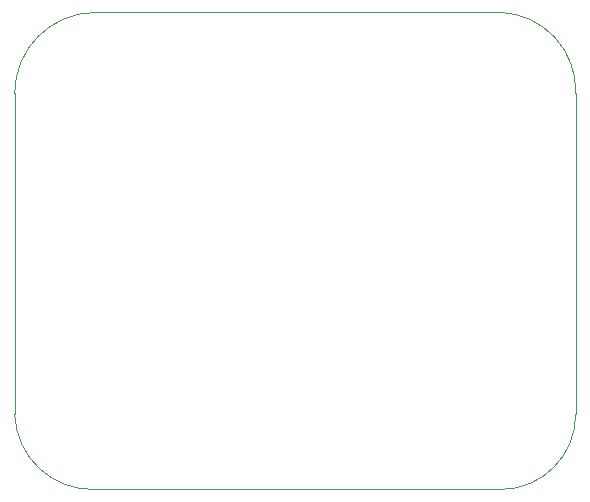
<source format=gko>
G04 #@! TF.FileFunction,Profile,NP*
%FSLAX46Y46*%
G04 Gerber Fmt 4.6, Leading zero omitted, Abs format (unit mm)*
G04 Created by KiCad (PCBNEW 4.0.2-stable) date Samedi 23 avril 2016 19:09:36*
%MOMM*%
G01*
G04 APERTURE LIST*
%ADD10C,0.100000*%
G04 APERTURE END LIST*
D10*
X167894000Y-67564000D02*
X167894000Y-40386000D01*
X120396000Y-40386000D02*
X120396000Y-67564000D01*
X127254000Y-33528000D02*
X161544000Y-33528000D01*
X127254000Y-73914000D02*
X161544000Y-73914000D01*
X167894000Y-40386000D02*
G75*
G03X161544000Y-33528000I-6604000J254000D01*
G01*
X161544000Y-73914000D02*
G75*
G03X167894000Y-67564000I0J6350000D01*
G01*
X127254000Y-33528000D02*
G75*
G03X120396000Y-40386000I0J-6858000D01*
G01*
X120396000Y-67564000D02*
G75*
G03X127254000Y-73914000I6604000J254000D01*
G01*
M02*

</source>
